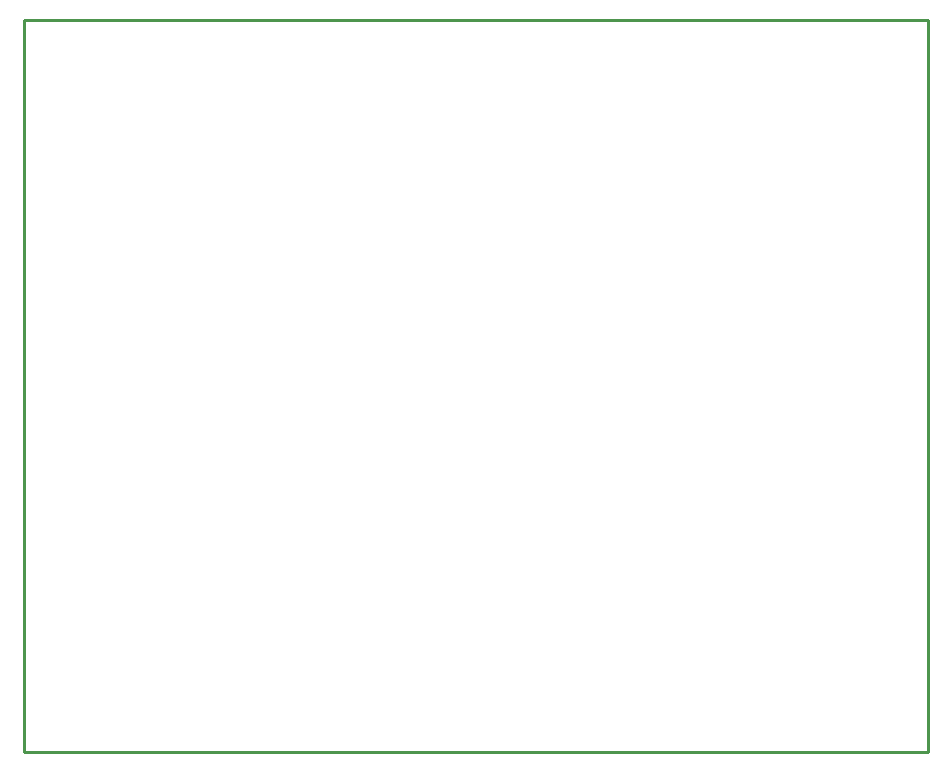
<source format=gbo>
G04 Layer_Color=32896*
%FSLAX25Y25*%
%MOIN*%
G70*
G01*
G75*
%ADD38C,0.01000*%
D38*
X0Y0D02*
Y244100D01*
X301181D01*
Y0D02*
Y244100D01*
X0Y0D02*
X301181D01*
M02*

</source>
